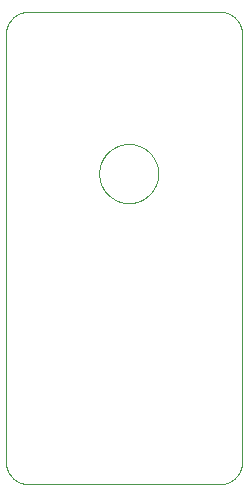
<source format=gko>
G75*
%MOIN*%
%OFA0B0*%
%FSLAX25Y25*%
%IPPOS*%
%LPD*%
%AMOC8*
5,1,8,0,0,1.08239X$1,22.5*
%
%ADD10C,0.00000*%
D10*
X0001800Y0009513D02*
X0001800Y0151994D01*
X0001802Y0152175D01*
X0001809Y0152356D01*
X0001820Y0152537D01*
X0001835Y0152718D01*
X0001855Y0152898D01*
X0001879Y0153078D01*
X0001907Y0153257D01*
X0001940Y0153435D01*
X0001977Y0153612D01*
X0002018Y0153789D01*
X0002063Y0153964D01*
X0002113Y0154139D01*
X0002167Y0154312D01*
X0002225Y0154483D01*
X0002287Y0154654D01*
X0002354Y0154822D01*
X0002424Y0154989D01*
X0002498Y0155155D01*
X0002577Y0155318D01*
X0002659Y0155479D01*
X0002745Y0155639D01*
X0002835Y0155796D01*
X0002929Y0155951D01*
X0003026Y0156104D01*
X0003128Y0156254D01*
X0003232Y0156402D01*
X0003341Y0156548D01*
X0003452Y0156690D01*
X0003568Y0156830D01*
X0003686Y0156967D01*
X0003808Y0157102D01*
X0003933Y0157233D01*
X0004061Y0157361D01*
X0004192Y0157486D01*
X0004327Y0157608D01*
X0004464Y0157726D01*
X0004604Y0157842D01*
X0004746Y0157953D01*
X0004892Y0158062D01*
X0005040Y0158166D01*
X0005190Y0158268D01*
X0005343Y0158365D01*
X0005498Y0158459D01*
X0005655Y0158549D01*
X0005815Y0158635D01*
X0005976Y0158717D01*
X0006139Y0158796D01*
X0006305Y0158870D01*
X0006472Y0158940D01*
X0006640Y0159007D01*
X0006811Y0159069D01*
X0006982Y0159127D01*
X0007155Y0159181D01*
X0007330Y0159231D01*
X0007505Y0159276D01*
X0007682Y0159317D01*
X0007859Y0159354D01*
X0008037Y0159387D01*
X0008216Y0159415D01*
X0008396Y0159439D01*
X0008576Y0159459D01*
X0008757Y0159474D01*
X0008938Y0159485D01*
X0009119Y0159492D01*
X0009300Y0159494D01*
X0073040Y0159494D01*
X0073221Y0159492D01*
X0073402Y0159485D01*
X0073583Y0159474D01*
X0073764Y0159459D01*
X0073944Y0159439D01*
X0074124Y0159415D01*
X0074303Y0159387D01*
X0074481Y0159354D01*
X0074658Y0159317D01*
X0074835Y0159276D01*
X0075010Y0159231D01*
X0075185Y0159181D01*
X0075358Y0159127D01*
X0075529Y0159069D01*
X0075700Y0159007D01*
X0075868Y0158940D01*
X0076035Y0158870D01*
X0076201Y0158796D01*
X0076364Y0158717D01*
X0076525Y0158635D01*
X0076685Y0158549D01*
X0076842Y0158459D01*
X0076997Y0158365D01*
X0077150Y0158268D01*
X0077300Y0158166D01*
X0077448Y0158062D01*
X0077594Y0157953D01*
X0077736Y0157842D01*
X0077876Y0157726D01*
X0078013Y0157608D01*
X0078148Y0157486D01*
X0078279Y0157361D01*
X0078407Y0157233D01*
X0078532Y0157102D01*
X0078654Y0156967D01*
X0078772Y0156830D01*
X0078888Y0156690D01*
X0078999Y0156548D01*
X0079108Y0156402D01*
X0079212Y0156254D01*
X0079314Y0156104D01*
X0079411Y0155951D01*
X0079505Y0155796D01*
X0079595Y0155639D01*
X0079681Y0155479D01*
X0079763Y0155318D01*
X0079842Y0155155D01*
X0079916Y0154989D01*
X0079986Y0154822D01*
X0080053Y0154654D01*
X0080115Y0154483D01*
X0080173Y0154312D01*
X0080227Y0154139D01*
X0080277Y0153964D01*
X0080322Y0153789D01*
X0080363Y0153612D01*
X0080400Y0153435D01*
X0080433Y0153257D01*
X0080461Y0153078D01*
X0080485Y0152898D01*
X0080505Y0152718D01*
X0080520Y0152537D01*
X0080531Y0152356D01*
X0080538Y0152175D01*
X0080540Y0151994D01*
X0080540Y0009513D01*
X0080538Y0009332D01*
X0080531Y0009151D01*
X0080520Y0008970D01*
X0080505Y0008789D01*
X0080485Y0008609D01*
X0080461Y0008429D01*
X0080433Y0008250D01*
X0080400Y0008072D01*
X0080363Y0007895D01*
X0080322Y0007718D01*
X0080277Y0007543D01*
X0080227Y0007368D01*
X0080173Y0007195D01*
X0080115Y0007024D01*
X0080053Y0006853D01*
X0079986Y0006685D01*
X0079916Y0006518D01*
X0079842Y0006352D01*
X0079763Y0006189D01*
X0079681Y0006028D01*
X0079595Y0005868D01*
X0079505Y0005711D01*
X0079411Y0005556D01*
X0079314Y0005403D01*
X0079212Y0005253D01*
X0079108Y0005105D01*
X0078999Y0004959D01*
X0078888Y0004817D01*
X0078772Y0004677D01*
X0078654Y0004540D01*
X0078532Y0004405D01*
X0078407Y0004274D01*
X0078279Y0004146D01*
X0078148Y0004021D01*
X0078013Y0003899D01*
X0077876Y0003781D01*
X0077736Y0003665D01*
X0077594Y0003554D01*
X0077448Y0003445D01*
X0077300Y0003341D01*
X0077150Y0003239D01*
X0076997Y0003142D01*
X0076842Y0003048D01*
X0076685Y0002958D01*
X0076525Y0002872D01*
X0076364Y0002790D01*
X0076201Y0002711D01*
X0076035Y0002637D01*
X0075868Y0002567D01*
X0075700Y0002500D01*
X0075529Y0002438D01*
X0075358Y0002380D01*
X0075185Y0002326D01*
X0075010Y0002276D01*
X0074835Y0002231D01*
X0074658Y0002190D01*
X0074481Y0002153D01*
X0074303Y0002120D01*
X0074124Y0002092D01*
X0073944Y0002068D01*
X0073764Y0002048D01*
X0073583Y0002033D01*
X0073402Y0002022D01*
X0073221Y0002015D01*
X0073040Y0002013D01*
X0009300Y0002013D01*
X0009119Y0002015D01*
X0008938Y0002022D01*
X0008757Y0002033D01*
X0008576Y0002048D01*
X0008396Y0002068D01*
X0008216Y0002092D01*
X0008037Y0002120D01*
X0007859Y0002153D01*
X0007682Y0002190D01*
X0007505Y0002231D01*
X0007330Y0002276D01*
X0007155Y0002326D01*
X0006982Y0002380D01*
X0006811Y0002438D01*
X0006640Y0002500D01*
X0006472Y0002567D01*
X0006305Y0002637D01*
X0006139Y0002711D01*
X0005976Y0002790D01*
X0005815Y0002872D01*
X0005655Y0002958D01*
X0005498Y0003048D01*
X0005343Y0003142D01*
X0005190Y0003239D01*
X0005040Y0003341D01*
X0004892Y0003445D01*
X0004746Y0003554D01*
X0004604Y0003665D01*
X0004464Y0003781D01*
X0004327Y0003899D01*
X0004192Y0004021D01*
X0004061Y0004146D01*
X0003933Y0004274D01*
X0003808Y0004405D01*
X0003686Y0004540D01*
X0003568Y0004677D01*
X0003452Y0004817D01*
X0003341Y0004959D01*
X0003232Y0005105D01*
X0003128Y0005253D01*
X0003026Y0005403D01*
X0002929Y0005556D01*
X0002835Y0005711D01*
X0002745Y0005868D01*
X0002659Y0006028D01*
X0002577Y0006189D01*
X0002498Y0006352D01*
X0002424Y0006518D01*
X0002354Y0006685D01*
X0002287Y0006853D01*
X0002225Y0007024D01*
X0002167Y0007195D01*
X0002113Y0007368D01*
X0002063Y0007543D01*
X0002018Y0007718D01*
X0001977Y0007895D01*
X0001940Y0008072D01*
X0001907Y0008250D01*
X0001879Y0008429D01*
X0001855Y0008609D01*
X0001835Y0008789D01*
X0001820Y0008970D01*
X0001809Y0009151D01*
X0001802Y0009332D01*
X0001800Y0009513D01*
X0032902Y0105557D02*
X0032905Y0105799D01*
X0032914Y0106040D01*
X0032929Y0106281D01*
X0032949Y0106522D01*
X0032976Y0106762D01*
X0033009Y0107001D01*
X0033047Y0107240D01*
X0033091Y0107477D01*
X0033141Y0107714D01*
X0033197Y0107949D01*
X0033259Y0108182D01*
X0033326Y0108414D01*
X0033399Y0108645D01*
X0033477Y0108873D01*
X0033562Y0109099D01*
X0033651Y0109324D01*
X0033746Y0109546D01*
X0033847Y0109765D01*
X0033953Y0109983D01*
X0034064Y0110197D01*
X0034181Y0110409D01*
X0034302Y0110617D01*
X0034429Y0110823D01*
X0034561Y0111025D01*
X0034698Y0111225D01*
X0034839Y0111420D01*
X0034985Y0111613D01*
X0035136Y0111801D01*
X0035292Y0111986D01*
X0035452Y0112167D01*
X0035616Y0112344D01*
X0035785Y0112517D01*
X0035958Y0112686D01*
X0036135Y0112850D01*
X0036316Y0113010D01*
X0036501Y0113166D01*
X0036689Y0113317D01*
X0036882Y0113463D01*
X0037077Y0113604D01*
X0037277Y0113741D01*
X0037479Y0113873D01*
X0037685Y0114000D01*
X0037893Y0114121D01*
X0038105Y0114238D01*
X0038319Y0114349D01*
X0038537Y0114455D01*
X0038756Y0114556D01*
X0038978Y0114651D01*
X0039203Y0114740D01*
X0039429Y0114825D01*
X0039657Y0114903D01*
X0039888Y0114976D01*
X0040120Y0115043D01*
X0040353Y0115105D01*
X0040588Y0115161D01*
X0040825Y0115211D01*
X0041062Y0115255D01*
X0041301Y0115293D01*
X0041540Y0115326D01*
X0041780Y0115353D01*
X0042021Y0115373D01*
X0042262Y0115388D01*
X0042503Y0115397D01*
X0042745Y0115400D01*
X0042987Y0115397D01*
X0043228Y0115388D01*
X0043469Y0115373D01*
X0043710Y0115353D01*
X0043950Y0115326D01*
X0044189Y0115293D01*
X0044428Y0115255D01*
X0044665Y0115211D01*
X0044902Y0115161D01*
X0045137Y0115105D01*
X0045370Y0115043D01*
X0045602Y0114976D01*
X0045833Y0114903D01*
X0046061Y0114825D01*
X0046287Y0114740D01*
X0046512Y0114651D01*
X0046734Y0114556D01*
X0046953Y0114455D01*
X0047171Y0114349D01*
X0047385Y0114238D01*
X0047597Y0114121D01*
X0047805Y0114000D01*
X0048011Y0113873D01*
X0048213Y0113741D01*
X0048413Y0113604D01*
X0048608Y0113463D01*
X0048801Y0113317D01*
X0048989Y0113166D01*
X0049174Y0113010D01*
X0049355Y0112850D01*
X0049532Y0112686D01*
X0049705Y0112517D01*
X0049874Y0112344D01*
X0050038Y0112167D01*
X0050198Y0111986D01*
X0050354Y0111801D01*
X0050505Y0111613D01*
X0050651Y0111420D01*
X0050792Y0111225D01*
X0050929Y0111025D01*
X0051061Y0110823D01*
X0051188Y0110617D01*
X0051309Y0110409D01*
X0051426Y0110197D01*
X0051537Y0109983D01*
X0051643Y0109765D01*
X0051744Y0109546D01*
X0051839Y0109324D01*
X0051928Y0109099D01*
X0052013Y0108873D01*
X0052091Y0108645D01*
X0052164Y0108414D01*
X0052231Y0108182D01*
X0052293Y0107949D01*
X0052349Y0107714D01*
X0052399Y0107477D01*
X0052443Y0107240D01*
X0052481Y0107001D01*
X0052514Y0106762D01*
X0052541Y0106522D01*
X0052561Y0106281D01*
X0052576Y0106040D01*
X0052585Y0105799D01*
X0052588Y0105557D01*
X0052585Y0105315D01*
X0052576Y0105074D01*
X0052561Y0104833D01*
X0052541Y0104592D01*
X0052514Y0104352D01*
X0052481Y0104113D01*
X0052443Y0103874D01*
X0052399Y0103637D01*
X0052349Y0103400D01*
X0052293Y0103165D01*
X0052231Y0102932D01*
X0052164Y0102700D01*
X0052091Y0102469D01*
X0052013Y0102241D01*
X0051928Y0102015D01*
X0051839Y0101790D01*
X0051744Y0101568D01*
X0051643Y0101349D01*
X0051537Y0101131D01*
X0051426Y0100917D01*
X0051309Y0100705D01*
X0051188Y0100497D01*
X0051061Y0100291D01*
X0050929Y0100089D01*
X0050792Y0099889D01*
X0050651Y0099694D01*
X0050505Y0099501D01*
X0050354Y0099313D01*
X0050198Y0099128D01*
X0050038Y0098947D01*
X0049874Y0098770D01*
X0049705Y0098597D01*
X0049532Y0098428D01*
X0049355Y0098264D01*
X0049174Y0098104D01*
X0048989Y0097948D01*
X0048801Y0097797D01*
X0048608Y0097651D01*
X0048413Y0097510D01*
X0048213Y0097373D01*
X0048011Y0097241D01*
X0047805Y0097114D01*
X0047597Y0096993D01*
X0047385Y0096876D01*
X0047171Y0096765D01*
X0046953Y0096659D01*
X0046734Y0096558D01*
X0046512Y0096463D01*
X0046287Y0096374D01*
X0046061Y0096289D01*
X0045833Y0096211D01*
X0045602Y0096138D01*
X0045370Y0096071D01*
X0045137Y0096009D01*
X0044902Y0095953D01*
X0044665Y0095903D01*
X0044428Y0095859D01*
X0044189Y0095821D01*
X0043950Y0095788D01*
X0043710Y0095761D01*
X0043469Y0095741D01*
X0043228Y0095726D01*
X0042987Y0095717D01*
X0042745Y0095714D01*
X0042503Y0095717D01*
X0042262Y0095726D01*
X0042021Y0095741D01*
X0041780Y0095761D01*
X0041540Y0095788D01*
X0041301Y0095821D01*
X0041062Y0095859D01*
X0040825Y0095903D01*
X0040588Y0095953D01*
X0040353Y0096009D01*
X0040120Y0096071D01*
X0039888Y0096138D01*
X0039657Y0096211D01*
X0039429Y0096289D01*
X0039203Y0096374D01*
X0038978Y0096463D01*
X0038756Y0096558D01*
X0038537Y0096659D01*
X0038319Y0096765D01*
X0038105Y0096876D01*
X0037893Y0096993D01*
X0037685Y0097114D01*
X0037479Y0097241D01*
X0037277Y0097373D01*
X0037077Y0097510D01*
X0036882Y0097651D01*
X0036689Y0097797D01*
X0036501Y0097948D01*
X0036316Y0098104D01*
X0036135Y0098264D01*
X0035958Y0098428D01*
X0035785Y0098597D01*
X0035616Y0098770D01*
X0035452Y0098947D01*
X0035292Y0099128D01*
X0035136Y0099313D01*
X0034985Y0099501D01*
X0034839Y0099694D01*
X0034698Y0099889D01*
X0034561Y0100089D01*
X0034429Y0100291D01*
X0034302Y0100497D01*
X0034181Y0100705D01*
X0034064Y0100917D01*
X0033953Y0101131D01*
X0033847Y0101349D01*
X0033746Y0101568D01*
X0033651Y0101790D01*
X0033562Y0102015D01*
X0033477Y0102241D01*
X0033399Y0102469D01*
X0033326Y0102700D01*
X0033259Y0102932D01*
X0033197Y0103165D01*
X0033141Y0103400D01*
X0033091Y0103637D01*
X0033047Y0103874D01*
X0033009Y0104113D01*
X0032976Y0104352D01*
X0032949Y0104592D01*
X0032929Y0104833D01*
X0032914Y0105074D01*
X0032905Y0105315D01*
X0032902Y0105557D01*
M02*

</source>
